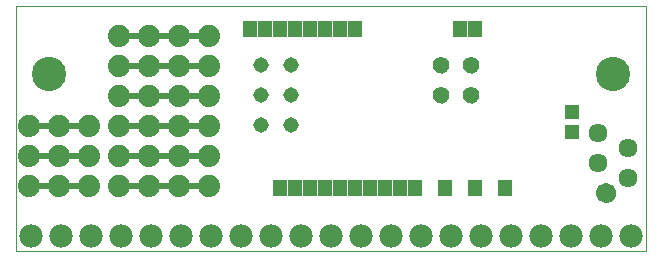
<source format=gts>
G75*
G70*
%OFA0B0*%
%FSLAX24Y24*%
%IPPOS*%
%LPD*%
%AMOC8*
5,1,8,0,0,1.08239X$1,22.5*
%
%ADD10C,0.0000*%
%ADD11C,0.1143*%
%ADD12R,0.0300X0.0200*%
%ADD13C,0.0780*%
%ADD14R,0.0474X0.0552*%
%ADD15C,0.0552*%
%ADD16C,0.0516*%
%ADD17R,0.0480X0.0470*%
%ADD18C,0.0634*%
%ADD19C,0.0671*%
%ADD20C,0.0740*%
D10*
X000302Y002258D02*
X000302Y010408D01*
X021302Y010408D01*
X021302Y002258D01*
X000302Y002258D01*
X014236Y007438D02*
X014238Y007468D01*
X014244Y007498D01*
X014253Y007527D01*
X014266Y007554D01*
X014283Y007579D01*
X014302Y007602D01*
X014325Y007623D01*
X014350Y007640D01*
X014376Y007654D01*
X014405Y007664D01*
X014434Y007671D01*
X014464Y007674D01*
X014495Y007673D01*
X014525Y007668D01*
X014554Y007659D01*
X014581Y007647D01*
X014607Y007632D01*
X014631Y007613D01*
X014652Y007591D01*
X014670Y007567D01*
X014685Y007540D01*
X014696Y007512D01*
X014704Y007483D01*
X014708Y007453D01*
X014708Y007423D01*
X014704Y007393D01*
X014696Y007364D01*
X014685Y007336D01*
X014670Y007309D01*
X014652Y007285D01*
X014631Y007263D01*
X014607Y007244D01*
X014581Y007229D01*
X014554Y007217D01*
X014525Y007208D01*
X014495Y007203D01*
X014464Y007202D01*
X014434Y007205D01*
X014405Y007212D01*
X014376Y007222D01*
X014350Y007236D01*
X014325Y007253D01*
X014302Y007274D01*
X014283Y007297D01*
X014266Y007322D01*
X014253Y007349D01*
X014244Y007378D01*
X014238Y007408D01*
X014236Y007438D01*
X015236Y007438D02*
X015238Y007468D01*
X015244Y007498D01*
X015253Y007527D01*
X015266Y007554D01*
X015283Y007579D01*
X015302Y007602D01*
X015325Y007623D01*
X015350Y007640D01*
X015376Y007654D01*
X015405Y007664D01*
X015434Y007671D01*
X015464Y007674D01*
X015495Y007673D01*
X015525Y007668D01*
X015554Y007659D01*
X015581Y007647D01*
X015607Y007632D01*
X015631Y007613D01*
X015652Y007591D01*
X015670Y007567D01*
X015685Y007540D01*
X015696Y007512D01*
X015704Y007483D01*
X015708Y007453D01*
X015708Y007423D01*
X015704Y007393D01*
X015696Y007364D01*
X015685Y007336D01*
X015670Y007309D01*
X015652Y007285D01*
X015631Y007263D01*
X015607Y007244D01*
X015581Y007229D01*
X015554Y007217D01*
X015525Y007208D01*
X015495Y007203D01*
X015464Y007202D01*
X015434Y007205D01*
X015405Y007212D01*
X015376Y007222D01*
X015350Y007236D01*
X015325Y007253D01*
X015302Y007274D01*
X015283Y007297D01*
X015266Y007322D01*
X015253Y007349D01*
X015244Y007378D01*
X015238Y007408D01*
X015236Y007438D01*
X015236Y008438D02*
X015238Y008468D01*
X015244Y008498D01*
X015253Y008527D01*
X015266Y008554D01*
X015283Y008579D01*
X015302Y008602D01*
X015325Y008623D01*
X015350Y008640D01*
X015376Y008654D01*
X015405Y008664D01*
X015434Y008671D01*
X015464Y008674D01*
X015495Y008673D01*
X015525Y008668D01*
X015554Y008659D01*
X015581Y008647D01*
X015607Y008632D01*
X015631Y008613D01*
X015652Y008591D01*
X015670Y008567D01*
X015685Y008540D01*
X015696Y008512D01*
X015704Y008483D01*
X015708Y008453D01*
X015708Y008423D01*
X015704Y008393D01*
X015696Y008364D01*
X015685Y008336D01*
X015670Y008309D01*
X015652Y008285D01*
X015631Y008263D01*
X015607Y008244D01*
X015581Y008229D01*
X015554Y008217D01*
X015525Y008208D01*
X015495Y008203D01*
X015464Y008202D01*
X015434Y008205D01*
X015405Y008212D01*
X015376Y008222D01*
X015350Y008236D01*
X015325Y008253D01*
X015302Y008274D01*
X015283Y008297D01*
X015266Y008322D01*
X015253Y008349D01*
X015244Y008378D01*
X015238Y008408D01*
X015236Y008438D01*
X014236Y008438D02*
X014238Y008468D01*
X014244Y008498D01*
X014253Y008527D01*
X014266Y008554D01*
X014283Y008579D01*
X014302Y008602D01*
X014325Y008623D01*
X014350Y008640D01*
X014376Y008654D01*
X014405Y008664D01*
X014434Y008671D01*
X014464Y008674D01*
X014495Y008673D01*
X014525Y008668D01*
X014554Y008659D01*
X014581Y008647D01*
X014607Y008632D01*
X014631Y008613D01*
X014652Y008591D01*
X014670Y008567D01*
X014685Y008540D01*
X014696Y008512D01*
X014704Y008483D01*
X014708Y008453D01*
X014708Y008423D01*
X014704Y008393D01*
X014696Y008364D01*
X014685Y008336D01*
X014670Y008309D01*
X014652Y008285D01*
X014631Y008263D01*
X014607Y008244D01*
X014581Y008229D01*
X014554Y008217D01*
X014525Y008208D01*
X014495Y008203D01*
X014464Y008202D01*
X014434Y008205D01*
X014405Y008212D01*
X014376Y008222D01*
X014350Y008236D01*
X014325Y008253D01*
X014302Y008274D01*
X014283Y008297D01*
X014266Y008322D01*
X014253Y008349D01*
X014244Y008378D01*
X014238Y008408D01*
X014236Y008438D01*
X019671Y008158D02*
X019673Y008204D01*
X019679Y008249D01*
X019689Y008294D01*
X019702Y008337D01*
X019719Y008380D01*
X019740Y008420D01*
X019764Y008459D01*
X019792Y008495D01*
X019823Y008529D01*
X019856Y008561D01*
X019892Y008589D01*
X019930Y008614D01*
X019970Y008636D01*
X020012Y008654D01*
X020055Y008668D01*
X020100Y008679D01*
X020145Y008686D01*
X020191Y008689D01*
X020236Y008688D01*
X020282Y008683D01*
X020327Y008674D01*
X020370Y008662D01*
X020413Y008645D01*
X020454Y008625D01*
X020493Y008602D01*
X020531Y008575D01*
X020565Y008545D01*
X020597Y008513D01*
X020626Y008477D01*
X020652Y008440D01*
X020675Y008400D01*
X020694Y008359D01*
X020709Y008316D01*
X020721Y008271D01*
X020729Y008226D01*
X020733Y008181D01*
X020733Y008135D01*
X020729Y008090D01*
X020721Y008045D01*
X020709Y008000D01*
X020694Y007957D01*
X020675Y007916D01*
X020652Y007876D01*
X020626Y007839D01*
X020597Y007803D01*
X020565Y007771D01*
X020531Y007741D01*
X020493Y007714D01*
X020454Y007691D01*
X020413Y007671D01*
X020370Y007654D01*
X020327Y007642D01*
X020282Y007633D01*
X020236Y007628D01*
X020191Y007627D01*
X020145Y007630D01*
X020100Y007637D01*
X020055Y007648D01*
X020012Y007662D01*
X019970Y007680D01*
X019930Y007702D01*
X019892Y007727D01*
X019856Y007755D01*
X019823Y007787D01*
X019792Y007821D01*
X019764Y007857D01*
X019740Y007896D01*
X019719Y007936D01*
X019702Y007979D01*
X019689Y008022D01*
X019679Y008067D01*
X019673Y008112D01*
X019671Y008158D01*
X019696Y004188D02*
X019698Y004222D01*
X019704Y004256D01*
X019714Y004289D01*
X019727Y004320D01*
X019745Y004350D01*
X019765Y004378D01*
X019789Y004403D01*
X019815Y004425D01*
X019843Y004443D01*
X019874Y004459D01*
X019906Y004471D01*
X019940Y004479D01*
X019974Y004483D01*
X020008Y004483D01*
X020042Y004479D01*
X020076Y004471D01*
X020108Y004459D01*
X020138Y004443D01*
X020167Y004425D01*
X020193Y004403D01*
X020217Y004378D01*
X020237Y004350D01*
X020255Y004320D01*
X020268Y004289D01*
X020278Y004256D01*
X020284Y004222D01*
X020286Y004188D01*
X020284Y004154D01*
X020278Y004120D01*
X020268Y004087D01*
X020255Y004056D01*
X020237Y004026D01*
X020217Y003998D01*
X020193Y003973D01*
X020167Y003951D01*
X020139Y003933D01*
X020108Y003917D01*
X020076Y003905D01*
X020042Y003897D01*
X020008Y003893D01*
X019974Y003893D01*
X019940Y003897D01*
X019906Y003905D01*
X019874Y003917D01*
X019843Y003933D01*
X019815Y003951D01*
X019789Y003973D01*
X019765Y003998D01*
X019745Y004026D01*
X019727Y004056D01*
X019714Y004087D01*
X019704Y004120D01*
X019698Y004154D01*
X019696Y004188D01*
X000871Y008158D02*
X000873Y008204D01*
X000879Y008249D01*
X000889Y008294D01*
X000902Y008337D01*
X000919Y008380D01*
X000940Y008420D01*
X000964Y008459D01*
X000992Y008495D01*
X001023Y008529D01*
X001056Y008561D01*
X001092Y008589D01*
X001130Y008614D01*
X001170Y008636D01*
X001212Y008654D01*
X001255Y008668D01*
X001300Y008679D01*
X001345Y008686D01*
X001391Y008689D01*
X001436Y008688D01*
X001482Y008683D01*
X001527Y008674D01*
X001570Y008662D01*
X001613Y008645D01*
X001654Y008625D01*
X001693Y008602D01*
X001731Y008575D01*
X001765Y008545D01*
X001797Y008513D01*
X001826Y008477D01*
X001852Y008440D01*
X001875Y008400D01*
X001894Y008359D01*
X001909Y008316D01*
X001921Y008271D01*
X001929Y008226D01*
X001933Y008181D01*
X001933Y008135D01*
X001929Y008090D01*
X001921Y008045D01*
X001909Y008000D01*
X001894Y007957D01*
X001875Y007916D01*
X001852Y007876D01*
X001826Y007839D01*
X001797Y007803D01*
X001765Y007771D01*
X001731Y007741D01*
X001693Y007714D01*
X001654Y007691D01*
X001613Y007671D01*
X001570Y007654D01*
X001527Y007642D01*
X001482Y007633D01*
X001436Y007628D01*
X001391Y007627D01*
X001345Y007630D01*
X001300Y007637D01*
X001255Y007648D01*
X001212Y007662D01*
X001170Y007680D01*
X001130Y007702D01*
X001092Y007727D01*
X001056Y007755D01*
X001023Y007787D01*
X000992Y007821D01*
X000964Y007857D01*
X000940Y007896D01*
X000919Y007936D01*
X000902Y007979D01*
X000889Y008022D01*
X000879Y008067D01*
X000873Y008112D01*
X000871Y008158D01*
D11*
X001402Y008158D03*
X020202Y008158D03*
D12*
X006252Y008408D03*
X005252Y008408D03*
X004252Y008408D03*
X004252Y009408D03*
X005252Y009408D03*
X006252Y009408D03*
X006252Y007408D03*
X005252Y007408D03*
X004252Y007408D03*
X004252Y006408D03*
X005252Y006408D03*
X006252Y006408D03*
X006252Y005408D03*
X005252Y005408D03*
X004252Y005408D03*
X002252Y005408D03*
X001252Y005408D03*
X001252Y004408D03*
X002252Y004408D03*
X004252Y004408D03*
X005252Y004408D03*
X006252Y004408D03*
X002252Y006408D03*
X001252Y006408D03*
D13*
X000802Y002758D03*
X001802Y002758D03*
X002802Y002758D03*
X003802Y002758D03*
X004802Y002758D03*
X005802Y002758D03*
X006802Y002758D03*
X007802Y002758D03*
X008802Y002758D03*
X009802Y002758D03*
X010802Y002758D03*
X011802Y002758D03*
X012802Y002758D03*
X013802Y002758D03*
X014802Y002758D03*
X015802Y002758D03*
X016802Y002758D03*
X017802Y002758D03*
X018802Y002758D03*
X019802Y002758D03*
X020802Y002758D03*
D14*
X016622Y004360D03*
X015622Y004360D03*
X014622Y004360D03*
X013622Y004360D03*
X013122Y004360D03*
X012622Y004360D03*
X012122Y004360D03*
X011622Y004360D03*
X011122Y004360D03*
X010622Y004360D03*
X010122Y004360D03*
X009622Y004360D03*
X009122Y004360D03*
X009122Y009660D03*
X008622Y009660D03*
X008122Y009660D03*
X009622Y009660D03*
X010122Y009660D03*
X010622Y009660D03*
X011122Y009660D03*
X011622Y009660D03*
X015122Y009660D03*
X015622Y009660D03*
D15*
X015472Y008438D03*
X014472Y008438D03*
X014472Y007438D03*
X015472Y007438D03*
D16*
X009472Y007438D03*
X008472Y007438D03*
X008472Y008438D03*
X009472Y008438D03*
X009472Y006438D03*
X008472Y006438D03*
D17*
X018832Y006223D03*
X018832Y006892D03*
D18*
X019712Y006198D03*
X020712Y005698D03*
X019712Y005198D03*
X020712Y004698D03*
D19*
X019991Y004188D03*
D20*
X006752Y004408D03*
X005752Y004408D03*
X004752Y004408D03*
X003752Y004408D03*
X002752Y004408D03*
X001752Y004408D03*
X000752Y004408D03*
X000752Y005408D03*
X001752Y005408D03*
X002752Y005408D03*
X003752Y005408D03*
X004752Y005408D03*
X005752Y005408D03*
X006752Y005408D03*
X006752Y006408D03*
X005752Y006408D03*
X004752Y006408D03*
X003752Y006408D03*
X002752Y006408D03*
X001752Y006408D03*
X000752Y006408D03*
X003752Y007408D03*
X004752Y007408D03*
X005752Y007408D03*
X006752Y007408D03*
X006752Y008408D03*
X005752Y008408D03*
X004752Y008408D03*
X003752Y008408D03*
X003752Y009408D03*
X004752Y009408D03*
X005752Y009408D03*
X006752Y009408D03*
M02*

</source>
